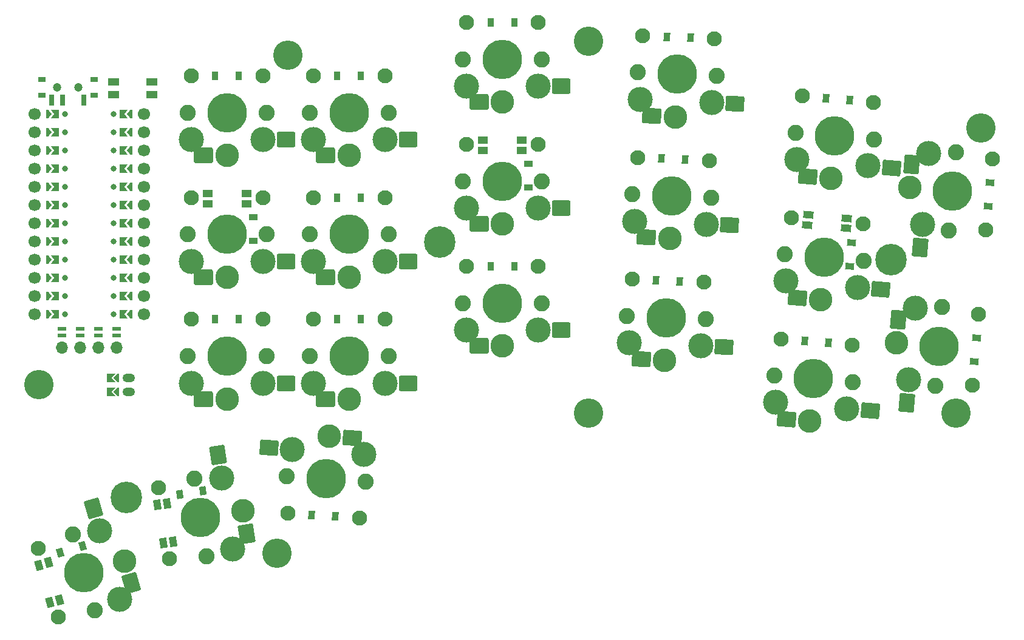
<source format=gts>
G04 #@! TF.GenerationSoftware,KiCad,Pcbnew,8.0.4*
G04 #@! TF.CreationDate,2024-08-08T10:24:45+04:00*
G04 #@! TF.ProjectId,ouleetka,6f756c65-6574-46b6-912e-6b696361645f,0.1*
G04 #@! TF.SameCoordinates,Original*
G04 #@! TF.FileFunction,Soldermask,Top*
G04 #@! TF.FilePolarity,Negative*
%FSLAX46Y46*%
G04 Gerber Fmt 4.6, Leading zero omitted, Abs format (unit mm)*
G04 Created by KiCad (PCBNEW 8.0.4) date 2024-08-08 10:24:45*
%MOMM*%
%LPD*%
G01*
G04 APERTURE LIST*
G04 Aperture macros list*
%AMRoundRect*
0 Rectangle with rounded corners*
0 $1 Rounding radius*
0 $2 $3 $4 $5 $6 $7 $8 $9 X,Y pos of 4 corners*
0 Add a 4 corners polygon primitive as box body*
4,1,4,$2,$3,$4,$5,$6,$7,$8,$9,$2,$3,0*
0 Add four circle primitives for the rounded corners*
1,1,$1+$1,$2,$3*
1,1,$1+$1,$4,$5*
1,1,$1+$1,$6,$7*
1,1,$1+$1,$8,$9*
0 Add four rect primitives between the rounded corners*
20,1,$1+$1,$2,$3,$4,$5,0*
20,1,$1+$1,$4,$5,$6,$7,0*
20,1,$1+$1,$6,$7,$8,$9,0*
20,1,$1+$1,$8,$9,$2,$3,0*%
%AMRotRect*
0 Rectangle, with rotation*
0 The origin of the aperture is its center*
0 $1 length*
0 $2 width*
0 $3 Rotation angle, in degrees counterclockwise*
0 Add horizontal line*
21,1,$1,$2,0,0,$3*%
%AMFreePoly0*
4,1,6,0.600000,-1.000000,0.000000,-0.400000,-0.600000,-1.000000,-0.600000,0.250000,0.600000,0.250000,0.600000,-1.000000,0.600000,-1.000000,$1*%
%AMFreePoly1*
4,1,6,0.600000,-0.200000,0.600000,-0.400000,-0.600000,-0.400000,-0.600000,-0.200000,0.000000,0.400000,0.600000,-0.200000,0.600000,-0.200000,$1*%
%AMFreePoly2*
4,1,6,0.250000,0.000000,-0.250000,-0.625000,-0.500000,-0.625000,-0.500000,0.625000,-0.250000,0.625000,0.250000,0.000000,0.250000,0.000000,$1*%
%AMFreePoly3*
4,1,6,0.500000,-0.625000,-0.650000,-0.625000,-0.150000,0.000000,-0.650000,0.625000,0.500000,0.625000,0.500000,-0.625000,0.500000,-0.625000,$1*%
G04 Aperture macros list end*
%ADD10RotRect,0.900000X1.200000X175.000000*%
%ADD11C,4.100000*%
%ADD12RotRect,0.900000X1.200000X16.000000*%
%ADD13R,0.900000X1.200000*%
%ADD14FreePoly0,90.000000*%
%ADD15O,1.750000X1.200000*%
%ADD16FreePoly1,90.000000*%
%ADD17R,1.200000X0.900000*%
%ADD18R,1.000000X0.800000*%
%ADD19C,1.200000*%
%ADD20R,0.700000X1.500000*%
%ADD21RotRect,0.900000X1.200000X85.000000*%
%ADD22RotRect,0.900000X1.200000X177.500000*%
%ADD23R,1.550000X1.000000*%
%ADD24RotRect,0.900000X1.200000X9.000000*%
%ADD25C,4.400000*%
%ADD26RotRect,0.900000X1.200000X356.000000*%
%ADD27O,1.700000X1.700000*%
%ADD28R,1.200000X0.600000*%
%ADD29RotRect,0.900000X1.200000X265.000000*%
%ADD30FreePoly2,0.000000*%
%ADD31FreePoly3,0.000000*%
%ADD32FreePoly3,180.000000*%
%ADD33FreePoly2,180.000000*%
%ADD34C,0.800000*%
%ADD35C,1.700000*%
%ADD36RoundRect,0.215000X1.155825X0.762163X-1.005917X0.951291X-1.155825X-0.762163X1.005917X-0.951291X0*%
%ADD37C,2.250000*%
%ADD38C,2.100000*%
%ADD39C,3.300000*%
%ADD40C,5.500000*%
%ADD41C,3.500000*%
%ADD42RoundRect,0.215000X1.180730X0.759985X-1.030822X0.953470X-1.180730X-0.759985X1.030822X-0.953470X0*%
%ADD43RoundRect,0.215000X1.121480X0.811854X-1.046455X0.906509X-1.121480X-0.811854X1.046455X-0.906509X0*%
%ADD44RoundRect,0.215000X1.146456X0.810764X-1.071431X0.907599X-1.146456X-0.810764X1.071431X-0.907599X0*%
%ADD45RoundRect,0.215000X1.085000X0.860000X-1.085000X0.860000X-1.085000X-0.860000X1.085000X-0.860000X0*%
%ADD46RoundRect,0.215000X1.110000X0.860000X-1.110000X0.860000X-1.110000X-0.860000X1.110000X-0.860000X0*%
%ADD47RoundRect,0.215000X-1.125752X0.805921X-0.527619X-1.280017X1.125752X-0.805921X0.527619X1.280017X0*%
%ADD48RoundRect,0.215000X-1.132643X0.829952X-0.520728X-1.304049X1.132643X-0.829952X0.520728X1.304049X0*%
%ADD49RoundRect,0.215000X0.762163X-1.155825X0.951291X1.005917X-0.762163X1.155825X-0.951291X-1.005917X0*%
%ADD50RoundRect,0.215000X0.759985X-1.180730X0.953470X1.030822X-0.759985X1.180730X-0.953470X-1.030822X0*%
%ADD51RotRect,1.400000X1.000000X106.000000*%
%ADD52RoundRect,0.215000X-1.142348X-0.782219X1.022366X-0.933591X1.142348X0.782219X-1.022366X0.933591X0*%
%ADD53RoundRect,0.215000X-1.167287X-0.780475X1.047306X-0.935335X1.167287X0.780475X-1.047306X0.935335X0*%
%ADD54RotRect,1.400000X1.000000X99.000000*%
%ADD55R,1.400000X1.000000*%
%ADD56RotRect,1.400000X1.000000X355.000000*%
%ADD57RoundRect,0.215000X-1.019143X0.937108X-0.679681X-1.206175X1.019143X-0.937108X0.679681X1.206175X0*%
%ADD58RoundRect,0.215000X-1.023054X0.961800X-0.675770X-1.230868X1.023054X-0.961800X0.675770X1.230868X0*%
G04 APERTURE END LIST*
D10*
X186803595Y-64278250D03*
X183516153Y-63990636D03*
D11*
X150375000Y-56075000D03*
D12*
X76718786Y-127376956D03*
X79890950Y-126467352D03*
D13*
X118650000Y-77850000D03*
X115350000Y-77850000D03*
D14*
X83484000Y-103000000D03*
X83484000Y-105000000D03*
D15*
X86300000Y-103000000D03*
X86300000Y-105000000D03*
D16*
X84500000Y-103000000D03*
X84500000Y-105000000D03*
D13*
X118650000Y-94850000D03*
X115350000Y-94850000D03*
D11*
X201629000Y-107925000D03*
D13*
X140025000Y-87425000D03*
X136725000Y-87425000D03*
D17*
X103625000Y-80600000D03*
X103625000Y-83900000D03*
D11*
X150375000Y-107925000D03*
D18*
X74150000Y-63585000D03*
X81450000Y-63585000D03*
D19*
X76300000Y-62475000D03*
X79300000Y-62475000D03*
D18*
X74150000Y-61375000D03*
X81450000Y-61375000D03*
D20*
X80050000Y-64235000D03*
X77050000Y-64235000D03*
X75550000Y-64235000D03*
D21*
X206088204Y-79065284D03*
X206375818Y-75777842D03*
X204192567Y-100732519D03*
X204480181Y-97445077D03*
D22*
X163852274Y-72546909D03*
X160555414Y-72402965D03*
D23*
X89475000Y-61750000D03*
X89475000Y-63450000D03*
X84225000Y-61750000D03*
X84225000Y-63450000D03*
D13*
X101650000Y-94850000D03*
X98350000Y-94850000D03*
D24*
X93371971Y-119307916D03*
X96631343Y-118791682D03*
D22*
X163110745Y-89530729D03*
X159813885Y-89386785D03*
D25*
X192574422Y-86515832D03*
D10*
X183840300Y-98148870D03*
X180552858Y-97861256D03*
D17*
X142000000Y-73175000D03*
X142000000Y-76475000D03*
D11*
X73800000Y-104000000D03*
X205116000Y-68150000D03*
D22*
X164593804Y-55563089D03*
X161296944Y-55419145D03*
D13*
X118650000Y-60850000D03*
X115350000Y-60850000D03*
D26*
X111817308Y-122142262D03*
X115109270Y-122372458D03*
D27*
X76990000Y-98820000D03*
X79530000Y-98820000D03*
X82070000Y-98820000D03*
X84610000Y-98820000D03*
D28*
X76990000Y-97070000D03*
X79530000Y-97070000D03*
X82070000Y-97070000D03*
X84610000Y-97070000D03*
X76990000Y-96170000D03*
X79530000Y-96170000D03*
X82070000Y-96170000D03*
X84610000Y-96170000D03*
D11*
X107000000Y-127500000D03*
D29*
X187049754Y-84125229D03*
X186762140Y-87412671D03*
D25*
X86000000Y-119675000D03*
D13*
X140025000Y-53425000D03*
X136725000Y-53425000D03*
D11*
X108500000Y-58000000D03*
D13*
X101650000Y-60850000D03*
X98350000Y-60850000D03*
D30*
X75300000Y-66230000D03*
X75300000Y-68770000D03*
X75300000Y-71310000D03*
X75300000Y-73850000D03*
X75300000Y-76390000D03*
X75300000Y-78930000D03*
X75300000Y-81470000D03*
X75300000Y-84010000D03*
X75300000Y-86550000D03*
X75300000Y-89090000D03*
X75300000Y-91630000D03*
X75300000Y-94170000D03*
D31*
X76025000Y-66230000D03*
X76025000Y-68770000D03*
X76025000Y-71310000D03*
X76025000Y-73850000D03*
X76025000Y-76390000D03*
X76025000Y-78930000D03*
X76025000Y-81470000D03*
X76025000Y-84010000D03*
X76025000Y-86550000D03*
X76025000Y-89090000D03*
X76025000Y-91630000D03*
X76025000Y-94170000D03*
D32*
X85575000Y-66230000D03*
X85575000Y-68770000D03*
X85575000Y-71310000D03*
X85575000Y-73850000D03*
X85575000Y-76390000D03*
X85575000Y-78930000D03*
X85575000Y-81470000D03*
X85575000Y-84010000D03*
X85575000Y-86550000D03*
X85575000Y-89090000D03*
X85575000Y-91630000D03*
X85575000Y-94170000D03*
D33*
X86300000Y-66230000D03*
X86300000Y-68770000D03*
X86300000Y-71310000D03*
X86300000Y-73850000D03*
X86300000Y-76390000D03*
X86300000Y-78930000D03*
X86300000Y-81470000D03*
X86300000Y-84010000D03*
X86300000Y-86550000D03*
X86300000Y-89090000D03*
X86300000Y-91630000D03*
X86300000Y-94170000D03*
D34*
X84200000Y-66230000D03*
D35*
X88420000Y-66230000D03*
D34*
X84200000Y-68770000D03*
D35*
X88420000Y-68770000D03*
D34*
X84200000Y-71310000D03*
D35*
X88420000Y-71310000D03*
D34*
X84200000Y-73850000D03*
D35*
X88420000Y-73850000D03*
D34*
X84200000Y-76390000D03*
D35*
X88420000Y-76390000D03*
D34*
X84200000Y-78930000D03*
D35*
X88420000Y-78930000D03*
D34*
X84200000Y-81470000D03*
D35*
X88420000Y-81470000D03*
D34*
X84200000Y-84010000D03*
D35*
X88420000Y-84010000D03*
D34*
X84200000Y-86550000D03*
D35*
X88420000Y-86550000D03*
D34*
X84200000Y-89090000D03*
D35*
X88420000Y-89090000D03*
D34*
X84200000Y-91630000D03*
D35*
X88420000Y-91630000D03*
D34*
X84200000Y-94170000D03*
D35*
X88420000Y-94170000D03*
X73180000Y-94170000D03*
D34*
X77400000Y-94170000D03*
D35*
X73180000Y-91630000D03*
D34*
X77400000Y-91630000D03*
D35*
X73180000Y-89090000D03*
D34*
X77400000Y-89090000D03*
D35*
X73180000Y-86550000D03*
D34*
X77400000Y-86550000D03*
D35*
X73180000Y-84010000D03*
D34*
X77400000Y-84010000D03*
D35*
X73180000Y-81470000D03*
D34*
X77400000Y-81470000D03*
D35*
X73180000Y-78930000D03*
D34*
X77400000Y-78930000D03*
D35*
X73180000Y-76390000D03*
D34*
X77400000Y-76390000D03*
D35*
X73180000Y-73850000D03*
D34*
X77400000Y-73850000D03*
D35*
X73180000Y-71310000D03*
D34*
X77400000Y-71310000D03*
D35*
X73180000Y-68770000D03*
D34*
X77400000Y-68770000D03*
D35*
X73180000Y-66230000D03*
D34*
X77400000Y-66230000D03*
D25*
X129625000Y-84075000D03*
D36*
X191118656Y-90654703D03*
D37*
X188708445Y-86679513D03*
D38*
X188659200Y-81505532D03*
D39*
X182710797Y-92127514D03*
D40*
X183229374Y-86200156D03*
D38*
X178697253Y-80633975D03*
D37*
X177750303Y-85720799D03*
D41*
X187883513Y-90371665D03*
D42*
X179478146Y-91844694D03*
D41*
X177921563Y-89500107D03*
D43*
X170055285Y-81726217D03*
D37*
X167473969Y-77859942D03*
D38*
X167199085Y-72693034D03*
D39*
X161719669Y-83564372D03*
D40*
X161979204Y-77620035D03*
D38*
X157208603Y-72256840D03*
D37*
X156484439Y-77380128D03*
D41*
X166810872Y-81584563D03*
D44*
X158477757Y-83422827D03*
D41*
X156820390Y-81148369D03*
D45*
X108247500Y-69750000D03*
D37*
X105500000Y-66000000D03*
D38*
X105000000Y-60850000D03*
D39*
X100000000Y-71950000D03*
D40*
X100000000Y-66000000D03*
D38*
X95000000Y-60850000D03*
D37*
X94500000Y-66000000D03*
D41*
X105000000Y-69750000D03*
D46*
X96755000Y-71950000D03*
D41*
X95000000Y-69750000D03*
D43*
X169313756Y-98710037D03*
D37*
X166732440Y-94843762D03*
D38*
X166457556Y-89676854D03*
D39*
X160978140Y-100548192D03*
D40*
X161237675Y-94603855D03*
D38*
X156467074Y-89240660D03*
D37*
X155742910Y-94363948D03*
D41*
X166069343Y-98568383D03*
D44*
X157736228Y-100406647D03*
D41*
X156078861Y-98132189D03*
D47*
X81356412Y-121238354D03*
D37*
X78508995Y-124913061D03*
D38*
X73696315Y-126813224D03*
D39*
X85744507Y-128559958D03*
D40*
X80025000Y-130200000D03*
D38*
X76452689Y-136425841D03*
D37*
X81541005Y-135486939D03*
D41*
X82251546Y-124360051D03*
D48*
X86638950Y-131679252D03*
D41*
X85007918Y-133972668D03*
D36*
X192600304Y-73719393D03*
D37*
X190190093Y-69744203D03*
D38*
X190140848Y-64570222D03*
D39*
X184192445Y-75192204D03*
D40*
X184711022Y-69264846D03*
D38*
X180178901Y-63698665D03*
D37*
X179231951Y-68785489D03*
D41*
X189365161Y-73436355D03*
D42*
X180959794Y-74909384D03*
D41*
X179403211Y-72564797D03*
D45*
X108247500Y-86750000D03*
D37*
X105500000Y-83000000D03*
D38*
X105000000Y-77850000D03*
D39*
X100000000Y-88950000D03*
D40*
X100000000Y-83000000D03*
D38*
X95000000Y-77850000D03*
D37*
X94500000Y-83000000D03*
D41*
X105000000Y-86750000D03*
D46*
X96755000Y-88950000D03*
D41*
X95000000Y-86750000D03*
D45*
X146622500Y-62325000D03*
D37*
X143875000Y-58575000D03*
D38*
X143375000Y-53425000D03*
D39*
X138375000Y-64525000D03*
D40*
X138375000Y-58575000D03*
D38*
X133375000Y-53425000D03*
D37*
X132875000Y-58575000D03*
D41*
X143375000Y-62325000D03*
D46*
X135130000Y-64525000D03*
D41*
X133375000Y-62325000D03*
D45*
X146622500Y-79325000D03*
D37*
X143875000Y-75575000D03*
D38*
X143375000Y-70425000D03*
D39*
X138375000Y-81525000D03*
D40*
X138375000Y-75575000D03*
D38*
X133375000Y-70425000D03*
D37*
X132875000Y-75575000D03*
D41*
X143375000Y-79325000D03*
D46*
X135130000Y-81525000D03*
D41*
X133375000Y-79325000D03*
D49*
X196647062Y-84861993D03*
D37*
X200622252Y-82451782D03*
D38*
X205796233Y-82402537D03*
D39*
X195174251Y-76454134D03*
D40*
X201101609Y-76972711D03*
D38*
X206667790Y-72440590D03*
D37*
X201580966Y-71493640D03*
D41*
X196930100Y-81626850D03*
D50*
X195457071Y-73221483D03*
D41*
X197801658Y-71664900D03*
D45*
X125247500Y-69750000D03*
D37*
X122500000Y-66000000D03*
D38*
X122000000Y-60850000D03*
D39*
X117000000Y-71950000D03*
D40*
X117000000Y-66000000D03*
D38*
X112000000Y-60850000D03*
D37*
X111500000Y-66000000D03*
D41*
X122000000Y-69750000D03*
D46*
X113755000Y-71950000D03*
D41*
X112000000Y-69750000D03*
D36*
X189637009Y-107590013D03*
D37*
X187226798Y-103614823D03*
D38*
X187177553Y-98440842D03*
D39*
X181229150Y-109062824D03*
D40*
X181747727Y-103135466D03*
D38*
X177215606Y-97569285D03*
D37*
X176268656Y-102656109D03*
D41*
X186401866Y-107306975D03*
D42*
X177996499Y-108780004D03*
D41*
X176439916Y-106435417D03*
D51*
X75147354Y-128789834D03*
X73801588Y-129175727D03*
X75290030Y-134366540D03*
X76635796Y-133980647D03*
D45*
X125247500Y-103750000D03*
D37*
X122500000Y-100000000D03*
D38*
X122000000Y-94850000D03*
D39*
X117000000Y-105950000D03*
D40*
X117000000Y-100000000D03*
D38*
X112000000Y-94850000D03*
D37*
X111500000Y-100000000D03*
D41*
X122000000Y-103750000D03*
D46*
X113755000Y-105950000D03*
D41*
X112000000Y-103750000D03*
D52*
X105856712Y-112803723D03*
D37*
X108335933Y-116736244D03*
D38*
X108475469Y-121908577D03*
D39*
X114237586Y-111184399D03*
D40*
X113822535Y-117119905D03*
D38*
X118451109Y-122606142D03*
D37*
X119309137Y-117503566D03*
D41*
X109096302Y-113030257D03*
D53*
X117474681Y-111410759D03*
D41*
X119071942Y-113727822D03*
D54*
X91640066Y-120518753D03*
X90257302Y-120737762D03*
X91102048Y-126071279D03*
X92484812Y-125852270D03*
D55*
X141075000Y-71275000D03*
X141075000Y-69875000D03*
X135675000Y-69875000D03*
X135675000Y-71275000D03*
D49*
X194751424Y-106529227D03*
D37*
X198726614Y-104119016D03*
D38*
X203900595Y-104069771D03*
D39*
X193278613Y-98121368D03*
D40*
X199205971Y-98639945D03*
D38*
X204772152Y-94107824D03*
D37*
X199685328Y-93160874D03*
D41*
X195034462Y-103294084D03*
D50*
X193561433Y-94888717D03*
D41*
X195906020Y-93332134D03*
D56*
X186293870Y-82151840D03*
X186415888Y-80757167D03*
X181036436Y-80286526D03*
X180914418Y-81681199D03*
D45*
X125247500Y-86750000D03*
D37*
X122500000Y-83000000D03*
D38*
X122000000Y-77850000D03*
D39*
X117000000Y-88950000D03*
D40*
X117000000Y-83000000D03*
D38*
X112000000Y-77850000D03*
D37*
X111500000Y-83000000D03*
D41*
X122000000Y-86750000D03*
D46*
X113755000Y-88950000D03*
D41*
X112000000Y-86750000D03*
D43*
X170796815Y-64742397D03*
D37*
X168215499Y-60876122D03*
D38*
X167940615Y-55709214D03*
D39*
X162461199Y-66580552D03*
D40*
X162720734Y-60636215D03*
D38*
X157950133Y-55273020D03*
D37*
X157225969Y-60396308D03*
D41*
X167552402Y-64600743D03*
D44*
X159219287Y-66439007D03*
D41*
X157561920Y-64164549D03*
D45*
X146622500Y-96325000D03*
D37*
X143875000Y-92575000D03*
D38*
X143375000Y-87425000D03*
D39*
X138375000Y-98525000D03*
D40*
X138375000Y-92575000D03*
D38*
X133375000Y-87425000D03*
D37*
X132875000Y-92575000D03*
D41*
X143375000Y-96325000D03*
D46*
X135130000Y-98525000D03*
D41*
X133375000Y-96325000D03*
D55*
X102700000Y-78700000D03*
X102700000Y-77300000D03*
X97300000Y-77300000D03*
X97300000Y-78700000D03*
D57*
X98723136Y-113780255D03*
D37*
X95449108Y-117080558D03*
D38*
X90440731Y-118380040D03*
D39*
X102186244Y-121582059D03*
D40*
X96309498Y-122512844D03*
D38*
X92005075Y-128256923D03*
D37*
X97169888Y-127945130D03*
D41*
X99231157Y-116987773D03*
D58*
X102693871Y-124787108D03*
D41*
X100795502Y-126864656D03*
D45*
X108247500Y-103750000D03*
D37*
X105500000Y-100000000D03*
D38*
X105000000Y-94850000D03*
D39*
X100000000Y-105950000D03*
D40*
X100000000Y-100000000D03*
D38*
X95000000Y-94850000D03*
D37*
X94500000Y-100000000D03*
D41*
X105000000Y-103750000D03*
D46*
X96755000Y-105950000D03*
D41*
X95000000Y-103750000D03*
M02*

</source>
